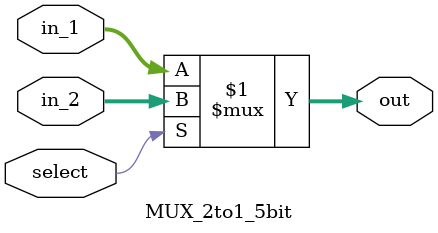
<source format=v>
module MUX_2to1_5bit(  in_1, in_2, select,  out);

    input [4:0] in_1 , in_2;
    input select;
    output [4:0] out;
    
    // assign according to select
    assign out = select ? in_2 : in_1;
    
endmodule
</source>
